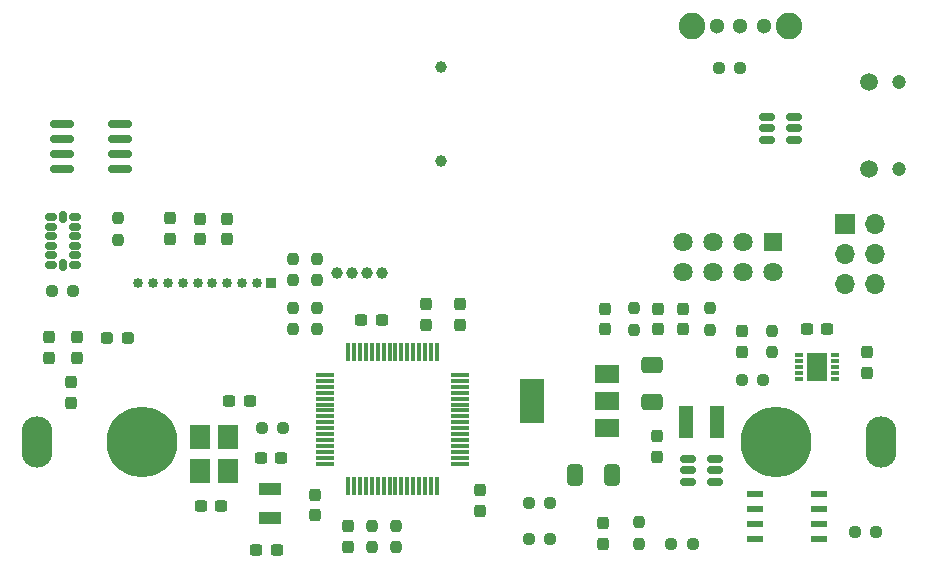
<source format=gbr>
%TF.GenerationSoftware,KiCad,Pcbnew,7.0.8*%
%TF.CreationDate,2023-11-09T11:59:46+01:00*%
%TF.ProjectId,Suspension_telemetry,53757370-656e-4736-996f-6e5f74656c65,rev?*%
%TF.SameCoordinates,Original*%
%TF.FileFunction,Soldermask,Bot*%
%TF.FilePolarity,Negative*%
%FSLAX46Y46*%
G04 Gerber Fmt 4.6, Leading zero omitted, Abs format (unit mm)*
G04 Created by KiCad (PCBNEW 7.0.8) date 2023-11-09 11:59:46*
%MOMM*%
%LPD*%
G01*
G04 APERTURE LIST*
G04 Aperture macros list*
%AMRoundRect*
0 Rectangle with rounded corners*
0 $1 Rounding radius*
0 $2 $3 $4 $5 $6 $7 $8 $9 X,Y pos of 4 corners*
0 Add a 4 corners polygon primitive as box body*
4,1,4,$2,$3,$4,$5,$6,$7,$8,$9,$2,$3,0*
0 Add four circle primitives for the rounded corners*
1,1,$1+$1,$2,$3*
1,1,$1+$1,$4,$5*
1,1,$1+$1,$6,$7*
1,1,$1+$1,$8,$9*
0 Add four rect primitives between the rounded corners*
20,1,$1+$1,$2,$3,$4,$5,0*
20,1,$1+$1,$4,$5,$6,$7,0*
20,1,$1+$1,$6,$7,$8,$9,0*
20,1,$1+$1,$8,$9,$2,$3,0*%
G04 Aperture macros list end*
%ADD10C,1.300000*%
%ADD11C,2.250000*%
%ADD12R,1.700000X1.700000*%
%ADD13O,1.700000X1.700000*%
%ADD14C,1.504000*%
%ADD15C,1.204000*%
%ADD16C,1.000000*%
%ADD17C,6.000000*%
%ADD18O,2.604000X4.344000*%
%ADD19R,0.850000X0.850000*%
%ADD20C,0.850000*%
%ADD21R,1.635000X1.635000*%
%ADD22C,1.635000*%
%ADD23RoundRect,0.237500X-0.237500X0.250000X-0.237500X-0.250000X0.237500X-0.250000X0.237500X0.250000X0*%
%ADD24RoundRect,0.250000X-0.412500X-0.650000X0.412500X-0.650000X0.412500X0.650000X-0.412500X0.650000X0*%
%ADD25RoundRect,0.237500X-0.237500X0.287500X-0.237500X-0.287500X0.237500X-0.287500X0.237500X0.287500X0*%
%ADD26RoundRect,0.237500X0.250000X0.237500X-0.250000X0.237500X-0.250000X-0.237500X0.250000X-0.237500X0*%
%ADD27RoundRect,0.237500X0.237500X-0.250000X0.237500X0.250000X-0.237500X0.250000X-0.237500X-0.250000X0*%
%ADD28R,0.800000X0.300000*%
%ADD29R,1.750000X2.450000*%
%ADD30R,2.000000X1.500000*%
%ADD31R,2.000000X3.800000*%
%ADD32RoundRect,0.150000X0.512500X0.150000X-0.512500X0.150000X-0.512500X-0.150000X0.512500X-0.150000X0*%
%ADD33R,1.800000X2.100000*%
%ADD34RoundRect,0.237500X-0.300000X-0.237500X0.300000X-0.237500X0.300000X0.237500X-0.300000X0.237500X0*%
%ADD35R,1.205000X2.700000*%
%ADD36RoundRect,0.237500X-0.237500X0.300000X-0.237500X-0.300000X0.237500X-0.300000X0.237500X0.300000X0*%
%ADD37RoundRect,0.250000X0.650000X-0.412500X0.650000X0.412500X-0.650000X0.412500X-0.650000X-0.412500X0*%
%ADD38RoundRect,0.150000X-0.825000X-0.150000X0.825000X-0.150000X0.825000X0.150000X-0.825000X0.150000X0*%
%ADD39RoundRect,0.237500X0.237500X-0.300000X0.237500X0.300000X-0.237500X0.300000X-0.237500X-0.300000X0*%
%ADD40RoundRect,0.237500X0.237500X-0.287500X0.237500X0.287500X-0.237500X0.287500X-0.237500X-0.287500X0*%
%ADD41R,1.900000X1.100000*%
%ADD42RoundRect,0.237500X0.300000X0.237500X-0.300000X0.237500X-0.300000X-0.237500X0.300000X-0.237500X0*%
%ADD43RoundRect,0.237500X0.287500X0.237500X-0.287500X0.237500X-0.287500X-0.237500X0.287500X-0.237500X0*%
%ADD44RoundRect,0.075000X-0.700000X-0.075000X0.700000X-0.075000X0.700000X0.075000X-0.700000X0.075000X0*%
%ADD45RoundRect,0.075000X-0.075000X-0.700000X0.075000X-0.700000X0.075000X0.700000X-0.075000X0.700000X0*%
%ADD46RoundRect,0.150000X0.325000X0.150000X-0.325000X0.150000X-0.325000X-0.150000X0.325000X-0.150000X0*%
%ADD47RoundRect,0.150000X0.150000X0.325000X-0.150000X0.325000X-0.150000X-0.325000X0.150000X-0.325000X0*%
%ADD48RoundRect,0.237500X-0.250000X-0.237500X0.250000X-0.237500X0.250000X0.237500X-0.250000X0.237500X0*%
%ADD49R,1.460500X0.558800*%
%ADD50RoundRect,0.150000X-0.512500X-0.150000X0.512500X-0.150000X0.512500X0.150000X-0.512500X0.150000X0*%
G04 APERTURE END LIST*
D10*
%TO.C,S1*%
X133572000Y-74676000D03*
X131572000Y-74676000D03*
X129572000Y-74676000D03*
D11*
X135672000Y-74676000D03*
X127472000Y-74676000D03*
%TD*%
D12*
%TO.C,J7*%
X140468400Y-91455000D03*
D13*
X143008400Y-91455000D03*
X140468400Y-93995000D03*
X143008400Y-93995000D03*
X140468400Y-96535000D03*
X143008400Y-96535000D03*
%TD*%
D14*
%TO.C,J1*%
X142494000Y-86758000D03*
X142494000Y-79358000D03*
D15*
X144994000Y-86758000D03*
X144994000Y-79358000D03*
%TD*%
D16*
%TO.C,J3*%
X106183400Y-78106000D03*
X106183400Y-86106000D03*
%TD*%
D17*
%TO.C,BT2*%
X134610400Y-109855000D03*
X80910400Y-109855000D03*
D18*
X143460400Y-109855000D03*
X72060400Y-109855000D03*
%TD*%
D19*
%TO.C,J4*%
X91862200Y-96442000D03*
D20*
X90612200Y-96442000D03*
X89362200Y-96442000D03*
X88112200Y-96442000D03*
X86862200Y-96442000D03*
X85612200Y-96442000D03*
X84362200Y-96442000D03*
X83112200Y-96442000D03*
X81862200Y-96442000D03*
X80612200Y-96442000D03*
%TD*%
D16*
%TO.C,J2*%
X97450400Y-95562000D03*
X98700400Y-95562000D03*
X99950400Y-95562000D03*
X101200400Y-95562000D03*
%TD*%
D21*
%TO.C,J5*%
X134366000Y-92964000D03*
D22*
X134366000Y-95504000D03*
X131826000Y-92964000D03*
X131826000Y-95504000D03*
X129286000Y-92964000D03*
X129286000Y-95504000D03*
X126746000Y-92964000D03*
X126746000Y-95504000D03*
%TD*%
D23*
%TO.C,R22*%
X95758000Y-94337500D03*
X95758000Y-96162500D03*
%TD*%
D24*
%TO.C,C9*%
X117574900Y-112674400D03*
X120699900Y-112674400D03*
%TD*%
D25*
%TO.C,L2*%
X83312000Y-90946000D03*
X83312000Y-92696000D03*
%TD*%
D26*
%TO.C,R7*%
X115477900Y-118110000D03*
X113652900Y-118110000D03*
%TD*%
D27*
%TO.C,R27*%
X122555000Y-100380000D03*
X122555000Y-98555000D03*
%TD*%
%TO.C,R24*%
X93726000Y-96162500D03*
X93726000Y-94337500D03*
%TD*%
D26*
%TO.C,R10*%
X75097900Y-97074200D03*
X73272900Y-97074200D03*
%TD*%
D28*
%TO.C,IC1*%
X139560400Y-102505000D03*
X139560400Y-103005000D03*
X139560400Y-103505000D03*
X139560400Y-104005000D03*
X139560400Y-104505000D03*
X136560400Y-104505000D03*
X136560400Y-104005000D03*
X136560400Y-103505000D03*
X136560400Y-103005000D03*
X136560400Y-102505000D03*
D29*
X138060400Y-103505000D03*
%TD*%
D27*
%TO.C,R1*%
X134250400Y-102258500D03*
X134250400Y-100433500D03*
%TD*%
D30*
%TO.C,U3*%
X120255400Y-104126000D03*
X120255400Y-106426000D03*
D31*
X113955400Y-106426000D03*
D30*
X120255400Y-108726000D03*
%TD*%
D32*
%TO.C,U2*%
X129418900Y-111318000D03*
X129418900Y-112268000D03*
X129418900Y-113218000D03*
X127143900Y-113218000D03*
X127143900Y-112268000D03*
X127143900Y-111318000D03*
%TD*%
D33*
%TO.C,Y1*%
X85856400Y-112321000D03*
X85856400Y-109421000D03*
X88156400Y-109421000D03*
X88156400Y-112321000D03*
%TD*%
D34*
%TO.C,C14*%
X99478900Y-99568000D03*
X101203900Y-99568000D03*
%TD*%
D35*
%TO.C,L1*%
X126978900Y-108204000D03*
X129583900Y-108204000D03*
%TD*%
D36*
%TO.C,C12*%
X109485400Y-113945500D03*
X109485400Y-115670500D03*
%TD*%
D37*
%TO.C,C8*%
X124090400Y-106464500D03*
X124090400Y-103339500D03*
%TD*%
D38*
%TO.C,U6*%
X74106000Y-86741000D03*
X74106000Y-85471000D03*
X74106000Y-84201000D03*
X74106000Y-82931000D03*
X79056000Y-82931000D03*
X79056000Y-84201000D03*
X79056000Y-85471000D03*
X79056000Y-86741000D03*
%TD*%
D23*
%TO.C,R2*%
X122947400Y-116658500D03*
X122947400Y-118483500D03*
%TD*%
D34*
%TO.C,C1*%
X137197900Y-100330000D03*
X138922900Y-100330000D03*
%TD*%
D39*
%TO.C,C18*%
X88138000Y-92683500D03*
X88138000Y-90958500D03*
%TD*%
D40*
%TO.C,D2*%
X131710400Y-102221000D03*
X131710400Y-100471000D03*
%TD*%
D41*
%TO.C,Y2*%
X91705400Y-116312000D03*
X91705400Y-113812000D03*
%TD*%
D42*
%TO.C,C24*%
X92694900Y-111252000D03*
X90969900Y-111252000D03*
%TD*%
D39*
%TO.C,C6*%
X142251400Y-103986500D03*
X142251400Y-102261500D03*
%TD*%
D36*
%TO.C,C2*%
X124471400Y-109373500D03*
X124471400Y-111098500D03*
%TD*%
D26*
%TO.C,R4*%
X133511900Y-104648000D03*
X131686900Y-104648000D03*
%TD*%
D43*
%TO.C,L3*%
X79728000Y-101092000D03*
X77978000Y-101092000D03*
%TD*%
D36*
%TO.C,C13*%
X98309400Y-116993500D03*
X98309400Y-118718500D03*
%TD*%
D23*
%TO.C,R25*%
X93726000Y-98505000D03*
X93726000Y-100330000D03*
%TD*%
D44*
%TO.C,U1*%
X96444400Y-111700000D03*
X96444400Y-111200000D03*
X96444400Y-110700000D03*
X96444400Y-110200000D03*
X96444400Y-109700000D03*
X96444400Y-109200000D03*
X96444400Y-108700000D03*
X96444400Y-108200000D03*
X96444400Y-107700000D03*
X96444400Y-107200000D03*
X96444400Y-106700000D03*
X96444400Y-106200000D03*
X96444400Y-105700000D03*
X96444400Y-105200000D03*
X96444400Y-104700000D03*
X96444400Y-104200000D03*
D45*
X98369400Y-102275000D03*
X98869400Y-102275000D03*
X99369400Y-102275000D03*
X99869400Y-102275000D03*
X100369400Y-102275000D03*
X100869400Y-102275000D03*
X101369400Y-102275000D03*
X101869400Y-102275000D03*
X102369400Y-102275000D03*
X102869400Y-102275000D03*
X103369400Y-102275000D03*
X103869400Y-102275000D03*
X104369400Y-102275000D03*
X104869400Y-102275000D03*
X105369400Y-102275000D03*
X105869400Y-102275000D03*
D44*
X107794400Y-104200000D03*
X107794400Y-104700000D03*
X107794400Y-105200000D03*
X107794400Y-105700000D03*
X107794400Y-106200000D03*
X107794400Y-106700000D03*
X107794400Y-107200000D03*
X107794400Y-107700000D03*
X107794400Y-108200000D03*
X107794400Y-108700000D03*
X107794400Y-109200000D03*
X107794400Y-109700000D03*
X107794400Y-110200000D03*
X107794400Y-110700000D03*
X107794400Y-111200000D03*
X107794400Y-111700000D03*
D45*
X105869400Y-113625000D03*
X105369400Y-113625000D03*
X104869400Y-113625000D03*
X104369400Y-113625000D03*
X103869400Y-113625000D03*
X103369400Y-113625000D03*
X102869400Y-113625000D03*
X102369400Y-113625000D03*
X101869400Y-113625000D03*
X101369400Y-113625000D03*
X100869400Y-113625000D03*
X100369400Y-113625000D03*
X99869400Y-113625000D03*
X99369400Y-113625000D03*
X98869400Y-113625000D03*
X98369400Y-113625000D03*
%TD*%
D27*
%TO.C,R29*%
X129032000Y-100380000D03*
X129032000Y-98555000D03*
%TD*%
D39*
%TO.C,C15*%
X107823000Y-99922500D03*
X107823000Y-98197500D03*
%TD*%
D26*
%TO.C,R3*%
X127531500Y-118491000D03*
X125706500Y-118491000D03*
%TD*%
D23*
%TO.C,R19*%
X78867000Y-90908500D03*
X78867000Y-92733500D03*
%TD*%
D36*
%TO.C,C5*%
X120142000Y-98605000D03*
X120142000Y-100330000D03*
%TD*%
D46*
%TO.C,U4*%
X75195400Y-90856000D03*
X75195400Y-91656000D03*
X75195400Y-92456000D03*
X75195400Y-93256000D03*
X75195400Y-94056000D03*
X75195400Y-94856000D03*
D47*
X74195400Y-94856000D03*
D46*
X73195400Y-94856000D03*
X73195400Y-94056000D03*
X73195400Y-93256000D03*
X73195400Y-92456000D03*
X73195400Y-91656000D03*
X73195400Y-90856000D03*
D47*
X74195400Y-90856000D03*
%TD*%
D34*
%TO.C,C19*%
X88302900Y-106426000D03*
X90027900Y-106426000D03*
%TD*%
D23*
%TO.C,R12*%
X100341400Y-116943500D03*
X100341400Y-118768500D03*
%TD*%
D36*
%TO.C,C4*%
X124587000Y-98605000D03*
X124587000Y-100330000D03*
%TD*%
D39*
%TO.C,C3*%
X119899400Y-118464500D03*
X119899400Y-116739500D03*
%TD*%
D36*
%TO.C,C26*%
X75438000Y-100991500D03*
X75438000Y-102716500D03*
%TD*%
%TO.C,C10*%
X74930000Y-104801500D03*
X74930000Y-106526500D03*
%TD*%
D26*
%TO.C,R8*%
X92871900Y-108712000D03*
X91046900Y-108712000D03*
%TD*%
D36*
%TO.C,C7*%
X126746000Y-98605000D03*
X126746000Y-100330000D03*
%TD*%
D39*
%TO.C,C17*%
X85852000Y-92683500D03*
X85852000Y-90958500D03*
%TD*%
D23*
%TO.C,R11*%
X102373400Y-116943500D03*
X102373400Y-118768500D03*
%TD*%
D42*
%TO.C,C23*%
X92313900Y-118999000D03*
X90588900Y-118999000D03*
%TD*%
D26*
%TO.C,R5*%
X143060400Y-117475000D03*
X141235400Y-117475000D03*
%TD*%
D48*
%TO.C,R6*%
X113652900Y-115062000D03*
X115477900Y-115062000D03*
%TD*%
D36*
%TO.C,C27*%
X73025000Y-100991500D03*
X73025000Y-102716500D03*
%TD*%
%TO.C,C16*%
X95515400Y-114326500D03*
X95515400Y-116051500D03*
%TD*%
D23*
%TO.C,R21*%
X95758000Y-98505000D03*
X95758000Y-100330000D03*
%TD*%
D49*
%TO.C,Q1*%
X138244550Y-114300000D03*
X138244550Y-115570000D03*
X138244550Y-116840000D03*
X138244550Y-118110000D03*
X132796250Y-118110000D03*
X132796250Y-116840000D03*
X132796250Y-115570000D03*
X132796250Y-114300000D03*
%TD*%
D26*
%TO.C,R9*%
X131559500Y-78232000D03*
X129734500Y-78232000D03*
%TD*%
D50*
%TO.C,U5*%
X133863500Y-84262000D03*
X133863500Y-83312000D03*
X133863500Y-82362000D03*
X136138500Y-82362000D03*
X136138500Y-83312000D03*
X136138500Y-84262000D03*
%TD*%
D39*
%TO.C,C22*%
X104913400Y-99922500D03*
X104913400Y-98197500D03*
%TD*%
D34*
%TO.C,C20*%
X85889900Y-115316000D03*
X87614900Y-115316000D03*
%TD*%
M02*

</source>
